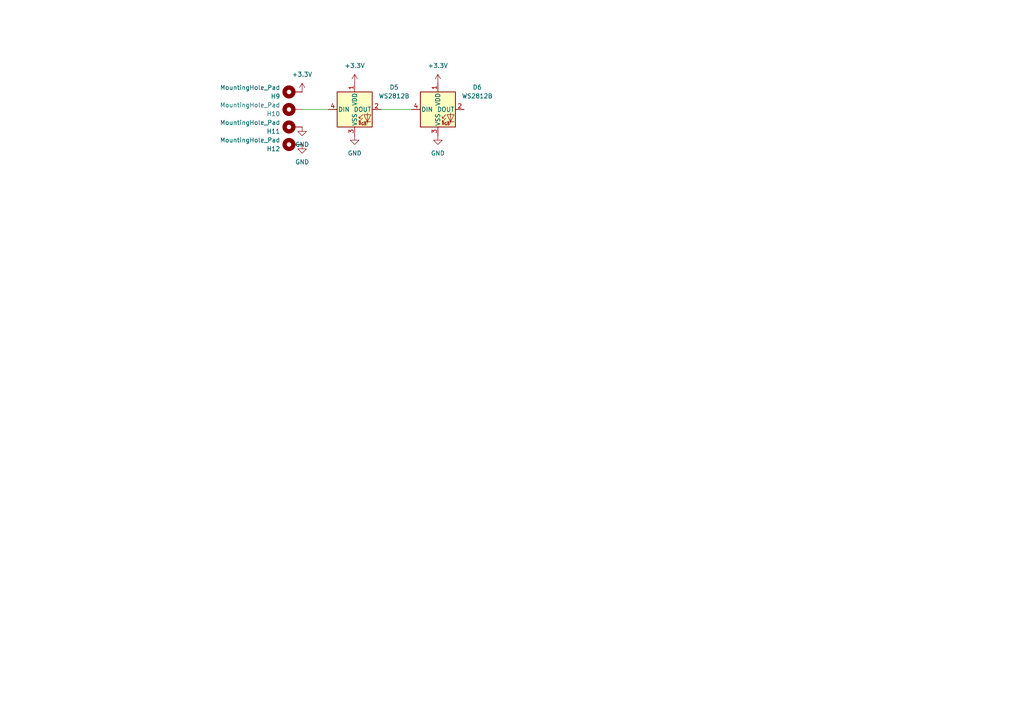
<source format=kicad_sch>
(kicad_sch (version 20250114) (generator "eeschema") (generator_version "9.0")
  (paper "A4")
  (lib_symbols
    (symbol "LED:WS2812B" (pin_names (offset 0.254))
      (property "Reference" "D" (at 5.08 5.715 0))
      (property "Value" "WS2812B" (at 1.27 -5.715 0))
      (symbol "WS2812B_0_0"
        (text "RGB" (at 2.286 -4.191 0) (effects (font (size 0.762 0.762))))
      )
      (symbol "WS2812B_0_1"
        (polyline (pts (xy 1.27 -2.54) (xy 1.778 -2.54)))
        (polyline (pts (xy 1.27 -3.556) (xy 1.778 -3.556)))
        (polyline (pts (xy 2.286 -1.524) (xy 1.27 -2.54) (xy 1.27 -2.032)))
        (polyline (pts (xy 2.286 -2.54) (xy 1.27 -3.556) (xy 1.27 -3.048)))
        (polyline (pts (xy 3.683 -1.016) (xy 3.683 -3.556) (xy 3.683 -4.064)))
        (polyline (pts (xy 4.699 -1.524) (xy 2.667 -1.524) (xy 3.683 -3.556) (xy 4.699 -1.524)))
        (polyline (pts (xy 4.699 -3.556) (xy 2.667 -3.556)))
        (rectangle (start 5.08 5.08) (end -5.08 -5.08) (stroke (width 0.254)) (fill (type background)))
      )
      (symbol "WS2812B_1_1"
        (pin input line (at -7.62 0 0) (length 2.54) (name "DIN") (number "4"))
        (pin power_in line (at 0 7.62 270) (length 2.54) (name "VDD") (number "1"))
        (pin power_in line (at 0 -7.62 90) (length 2.54) (name "VSS") (number "3"))
        (pin output line (at 7.62 0 180) (length 2.54) (name "DOUT") (number "2"))
      )
    )
    (symbol "Mechanical:MountingHole_Pad" (pin_numbers (hide yes)) (pin_names (offset 1.016) (hide yes)) (in_bom no)
      (property "Reference" "H" (at 0 6.35 0))
      (property "Value" "MountingHole_Pad" (at 0 4.445 0))
      (symbol "MountingHole_Pad_0_1"
        (circle (center 0 1.27) (radius 1.27) (stroke (width 1.27)))
      )
      (symbol "MountingHole_Pad_1_1"
        (pin input line (at 0 -2.54 90) (length 2.54) (name "1") (number "1"))
      )
    )
    (symbol "power:+3.3V" (power) (pin_numbers (hide yes)) (pin_names (offset 0) (hide yes))
      (property "Value" "+3.3V" (at 0 3.556 0))
      (symbol "+3.3V_0_1"
        (polyline (pts (xy -0.762 1.27) (xy 0 2.54)))
        (polyline (pts (xy 0 2.54) (xy 0.762 1.27)))
        (polyline (pts (xy 0 0) (xy 0 2.54)))
      )
      (symbol "+3.3V_1_1"
        (pin power_in line (at 0 0 90) (length 0) (name "~") (number "1"))
      )
    )
    (symbol "power:GND" (power) (pin_numbers (hide yes)) (pin_names (offset 0) (hide yes))
      (property "Value" "GND" (at 0 -3.81 0))
      (symbol "GND_0_1"
        (polyline (pts (xy 0 0) (xy 0 -1.27) (xy 1.27 -1.27) (xy 0 -2.54) (xy -1.27 -1.27) (xy 0 -1.27)))
      )
      (symbol "GND_1_1"
        (pin power_in line (at 0 0 270) (length 0) (name "~") (number "1"))
      )
    )
  )
  (wire (pts (xy 87.63 31.75) (xy 95.25 31.75)))
  (wire (pts (xy 110.49 31.75) (xy 119.38 31.75)))
  (symbol (lib_id "power:GND") (at 127 39.37 0) (unit 1)
    (property "Reference" "#PWR018" (effects (hide yes)))
    (property "Value" "GND" (at 127 44.45 0))
    (property "Description" "Power symbol creates a global label with name \"GND\" , ground" (effects (hide yes)))
  )
  (symbol (lib_id "power:+3.3V") (at 127 24.13 0) (unit 1)
    (property "Reference" "#PWR013" (effects (hide yes)))
    (property "Value" "+3.3V" (at 127 19.05 0))
    (property "Description" "Power symbol creates a global label with name \"+3.3V\"" (effects (hide yes)))
  )
  (symbol (lib_id "power:GND") (at 102.87 39.37 0) (unit 1)
    (property "Reference" "#PWR019" (effects (hide yes)))
    (property "Value" "GND" (at 102.87 44.45 0))
    (property "Description" "Power symbol creates a global label with name \"GND\" , ground" (effects (hide yes)))
  )
  (symbol (lib_id "Mechanical:MountingHole_Pad") (at 85.09 26.67 90) (unit 1) (in_bom no)
    (property "Reference" "H9" (at 81.28 27.9401 90) (effects (justify left)))
    (property "Value" "MountingHole_Pad" (at 81.28 25.4001 90) (effects (justify left)))
    (property "Footprint" "MountingHole:MountingHole_3.2mm_M3_Pad_Via" (effects (hide yes)))
    (property "Description" "Mounting Hole with connection" (effects (hide yes)))
  )
  (symbol (lib_id "Mechanical:MountingHole_Pad") (at 85.09 36.83 90) (unit 1) (in_bom no)
    (property "Reference" "H11" (at 81.28 38.1001 90) (effects (justify left)))
    (property "Value" "MountingHole_Pad" (at 81.28 35.5601 90) (effects (justify left)))
    (property "Footprint" "MountingHole:MountingHole_3.2mm_M3_Pad_Via" (effects (hide yes)))
    (property "Description" "Mounting Hole with connection" (effects (hide yes)))
  )
  (symbol (lib_id "power:GND") (at 87.63 41.91 0) (unit 1)
    (property "Reference" "#PWR011" (effects (hide yes)))
    (property "Value" "GND" (at 87.63 46.99 0))
    (property "Description" "Power symbol creates a global label with name \"GND\" , ground" (effects (hide yes)))
  )
  (symbol (lib_id "Mechanical:MountingHole_Pad") (at 85.09 41.91 90) (unit 1) (in_bom no)
    (property "Reference" "H12" (at 81.28 43.1801 90) (effects (justify left)))
    (property "Value" "MountingHole_Pad" (at 81.28 40.6401 90) (effects (justify left)))
    (property "Footprint" "MountingHole:MountingHole_3.2mm_M3_Pad_Via" (effects (hide yes)))
    (property "Description" "Mounting Hole with connection" (effects (hide yes)))
  )
  (symbol (lib_id "power:GND") (at 87.63 36.83 0) (unit 1)
    (property "Reference" "#PWR012" (effects (hide yes)))
    (property "Value" "GND" (at 87.63 41.91 0))
    (property "Description" "Power symbol creates a global label with name \"GND\" , ground" (effects (hide yes)))
  )
  (symbol (lib_id "power:+3.3V") (at 87.63 26.67 0) (unit 1)
    (property "Reference" "#PWR09" (effects (hide yes)))
    (property "Value" "+3.3V" (at 87.63 21.59 0))
    (property "Description" "Power symbol creates a global label with name \"+3.3V\"" (effects (hide yes)))
  )
  (symbol (lib_id "LED:WS2812B") (at 102.87 31.75 0) (unit 1)
    (property "Reference" "D5" (at 114.3 25.3298 0))
    (property "Value" "WS2812B" (at 114.3 27.8698 0))
    (property "Footprint" "LED_SMD:LED_WS2812B_PLCC4_5.0x5.0mm_P3.2mm" (effects (hide yes)))
    (property "Datasheet" "https://cdn-shop.adafruit.com/datasheets/WS2812B.pdf" (effects (hide yes)))
    (property "Description" "RGB LED with integrated controller" (effects (hide yes)))
  )
  (symbol (lib_id "Mechanical:MountingHole_Pad") (at 85.09 31.75 90) (unit 1) (in_bom no)
    (property "Reference" "H10" (at 81.28 33.0201 90) (effects (justify left)))
    (property "Value" "MountingHole_Pad" (at 81.28 30.4801 90) (effects (justify left)))
    (property "Footprint" "MountingHole:MountingHole_3.2mm_M3_Pad_Via" (effects (hide yes)))
    (property "Description" "Mounting Hole with connection" (effects (hide yes)))
  )
  (symbol (lib_id "LED:WS2812B") (at 127 31.75 0) (unit 1)
    (property "Reference" "D6" (at 138.43 25.3298 0))
    (property "Value" "WS2812B" (at 138.43 27.8698 0))
    (property "Footprint" "LED_SMD:LED_WS2812B_PLCC4_5.0x5.0mm_P3.2mm" (effects (hide yes)))
    (property "Datasheet" "https://cdn-shop.adafruit.com/datasheets/WS2812B.pdf" (effects (hide yes)))
    (property "Description" "RGB LED with integrated controller" (effects (hide yes)))
  )
  (symbol (lib_id "power:+3.3V") (at 102.87 24.13 0) (unit 1)
    (property "Reference" "#PWR02" (effects (hide yes)))
    (property "Value" "+3.3V" (at 102.87 19.05 0))
    (property "Description" "Power symbol creates a global label with name \"+3.3V\"" (effects (hide yes)))
  )
)
</source>
